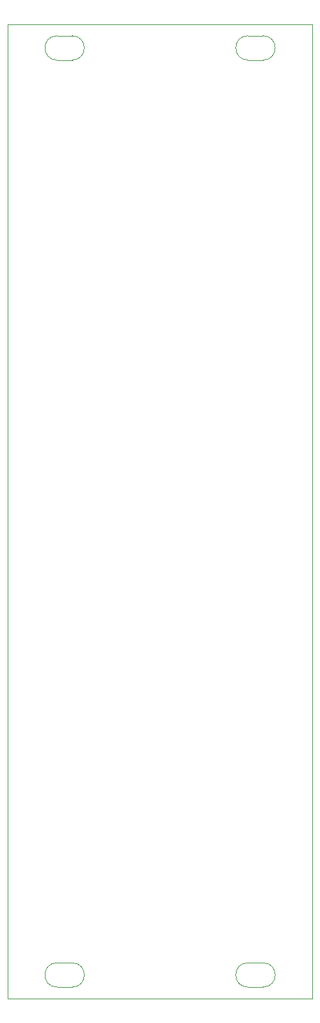
<source format=gbr>
G04 #@! TF.GenerationSoftware,KiCad,Pcbnew,(5.1.5-0)*
G04 #@! TF.CreationDate,2021-01-08T11:54:28-08:00*
G04 #@! TF.ProjectId,dividebyn,64697669-6465-4627-996e-2e6b69636164,rev?*
G04 #@! TF.SameCoordinates,Original*
G04 #@! TF.FileFunction,Profile,NP*
%FSLAX46Y46*%
G04 Gerber Fmt 4.6, Leading zero omitted, Abs format (unit mm)*
G04 Created by KiCad (PCBNEW (5.1.5-0)) date 2021-01-08 11:54:28*
%MOMM*%
%LPD*%
G04 APERTURE LIST*
%ADD10C,0.050000*%
G04 APERTURE END LIST*
D10*
X8500000Y-223800000D02*
X6500000Y-223800000D01*
X8500000Y-223800000D02*
G75*
G02X8500000Y-227000000I0J-1600000D01*
G01*
X6500000Y-227000000D02*
G75*
G02X6500000Y-223800000I0J1600000D01*
G01*
X8500000Y-227000000D02*
X6500000Y-227000000D01*
X31700000Y-227000000D02*
G75*
G02X31700000Y-223800000I0J1600000D01*
G01*
X33700000Y-223800000D02*
X31700000Y-223800000D01*
X33700000Y-223800000D02*
G75*
G02X33700000Y-227000000I0J-1600000D01*
G01*
X33700000Y-227000000D02*
X31700000Y-227000000D01*
X31700000Y-104700000D02*
G75*
G02X31700000Y-101500000I0J1600000D01*
G01*
X33700000Y-104700000D02*
X31700000Y-104700000D01*
X33700000Y-101500000D02*
G75*
G02X33700000Y-104700000I0J-1600000D01*
G01*
X33700000Y-101500000D02*
X31700000Y-101500000D01*
X8500000Y-104700000D02*
X6500000Y-104700000D01*
X8500000Y-101500000D02*
X6500000Y-101500000D01*
X6500000Y-104700000D02*
G75*
G02X6500000Y-101500000I0J1600000D01*
G01*
X8500000Y-101500000D02*
G75*
G02X8500000Y-104700000I0J-1600000D01*
G01*
X0Y-228500000D02*
X0Y-100000000D01*
X40200000Y-228500000D02*
X0Y-228500000D01*
X40200000Y-100000000D02*
X40200000Y-228500000D01*
X0Y-100000000D02*
X40200000Y-100000000D01*
M02*

</source>
